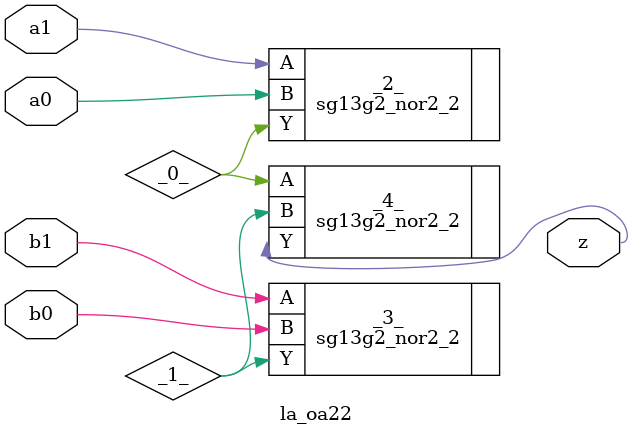
<source format=v>

/* Generated by Yosys 0.44 (git sha1 80ba43d26, g++ 11.4.0-1ubuntu1~22.04 -fPIC -O3) */

(* top =  1  *)
(* src = "generated" *)
(* keep_hierarchy *)
module la_oa22 (
    a0,
    a1,
    b0,
    b1,
    z
);
  wire _0_;
  wire _1_;
  (* src = "generated" *)
  input a0;
  wire a0;
  (* src = "generated" *)
  input a1;
  wire a1;
  (* src = "generated" *)
  input b0;
  wire b0;
  (* src = "generated" *)
  input b1;
  wire b1;
  (* src = "generated" *)
  output z;
  wire z;
  sg13g2_nor2_2 _2_ (
      .A(a1),
      .B(a0),
      .Y(_0_)
  );
  sg13g2_nor2_2 _3_ (
      .A(b1),
      .B(b0),
      .Y(_1_)
  );
  sg13g2_nor2_2 _4_ (
      .A(_0_),
      .B(_1_),
      .Y(z)
  );
endmodule

</source>
